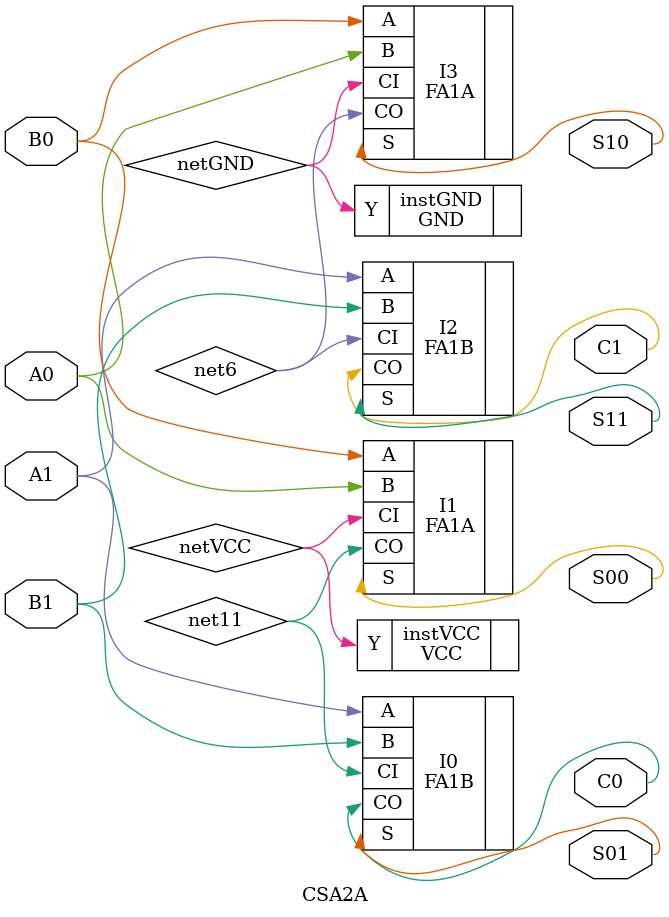
<source format=v>
`timescale 1 ns / 100 ps
module CSA2A( A0, A1, B0, B1, C0, C1, S00, S01, S10, S11 );

input A0, A1, B0, B1;
output C0, C1, S00, S01, S10, S11;










specify 
    specparam CDS_LIBNAME  = "3200DX";
    specparam CDS_CELLNAME = "CSA2A";
    specparam CDS_VIEWNAME = "schematic";
endspecify

GND instGND( .Y(netGND));
VCC instVCC( .Y(netVCC));
FA1A  I3( .S(S10), .CO(net6), .A(B0), .B(A0), .CI(netGND));
FA1A  I1( .S(S00), .CO(net11), .A(B0), .B(A0), .CI(netVCC));
FA1B  I2( .S(S11), .A(A1), .CO(C1), .B(B1), .CI(net6));
FA1B  I0( .S(S01), .A(A1), .CO(C0), .B(B1), .CI(net11));

endmodule

</source>
